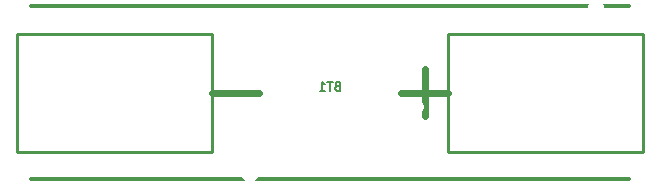
<source format=gbo>
G04 #@! TF.GenerationSoftware,KiCad,Pcbnew,no-vcs-found-e5c4cfc~61~ubuntu16.04.1*
G04 #@! TF.CreationDate,2017-11-03T16:10:43+05:30*
G04 #@! TF.ProjectId,snap_rev2,736E61705F726576322E6B696361645F,rev?*
G04 #@! TF.SameCoordinates,Original*
G04 #@! TF.FileFunction,Legend,Bot*
G04 #@! TF.FilePolarity,Positive*
%FSLAX46Y46*%
G04 Gerber Fmt 4.6, Leading zero omitted, Abs format (unit mm)*
G04 Created by KiCad (PCBNEW no-vcs-found-e5c4cfc~61~ubuntu16.04.1) date Fri Nov  3 16:10:43 2017*
%MOMM*%
%LPD*%
G01*
G04 APERTURE LIST*
%ADD10C,0.254000*%
%ADD11C,0.300000*%
%ADD12C,0.600000*%
%ADD13C,0.127000*%
%ADD14C,3.650000*%
%ADD15C,4.200000*%
%ADD16C,2.480000*%
%ADD17C,0.900000*%
%ADD18C,1.400000*%
%ADD19C,2.100000*%
%ADD20C,1.500000*%
G04 APERTURE END LIST*
D10*
X52000000Y-105000000D02*
X68500000Y-105000000D01*
X52000000Y-95000000D02*
X52000000Y-105000000D01*
X68500000Y-95000000D02*
X52000000Y-95000000D01*
X68500000Y-105000000D02*
X68500000Y-95000000D01*
X88500000Y-95000000D02*
X88500000Y-105000000D01*
X105000000Y-95000000D02*
X88500000Y-95000000D01*
X105000000Y-105000000D02*
X105000000Y-95000000D01*
X88500000Y-105000000D02*
X105000000Y-105000000D01*
D11*
X103800000Y-92700000D02*
X53200000Y-92700000D01*
X53200000Y-107300000D02*
X103800000Y-107300000D01*
D12*
X68500000Y-100000000D02*
X72500000Y-100000000D01*
X86500000Y-102000000D02*
X86500000Y-98000000D01*
X88500000Y-100000000D02*
X84500000Y-100000000D01*
D13*
X79098714Y-99445571D02*
X78989857Y-99481857D01*
X78953571Y-99518142D01*
X78917285Y-99590714D01*
X78917285Y-99699571D01*
X78953571Y-99772142D01*
X78989857Y-99808428D01*
X79062428Y-99844714D01*
X79352714Y-99844714D01*
X79352714Y-99082714D01*
X79098714Y-99082714D01*
X79026142Y-99119000D01*
X78989857Y-99155285D01*
X78953571Y-99227857D01*
X78953571Y-99300428D01*
X78989857Y-99373000D01*
X79026142Y-99409285D01*
X79098714Y-99445571D01*
X79352714Y-99445571D01*
X78699571Y-99082714D02*
X78264142Y-99082714D01*
X78481857Y-99844714D02*
X78481857Y-99082714D01*
X77611000Y-99844714D02*
X78046428Y-99844714D01*
X77828714Y-99844714D02*
X77828714Y-99082714D01*
X77901285Y-99191571D01*
X77973857Y-99264142D01*
X78046428Y-99300428D01*
%LPC*%
D14*
X92470000Y-100000000D03*
D15*
X102000000Y-100000000D03*
X55000000Y-100000000D03*
D14*
X64530000Y-100000000D03*
D16*
X57000000Y-90000000D03*
D17*
X86000000Y-101250000D03*
D18*
X86000000Y-89250000D03*
D19*
X108000000Y-108000000D03*
D20*
X101000000Y-93000000D03*
X107000000Y-93000000D03*
D19*
X52000000Y-90000000D03*
D18*
X71750000Y-106850000D03*
X71750000Y-108750000D03*
M02*

</source>
